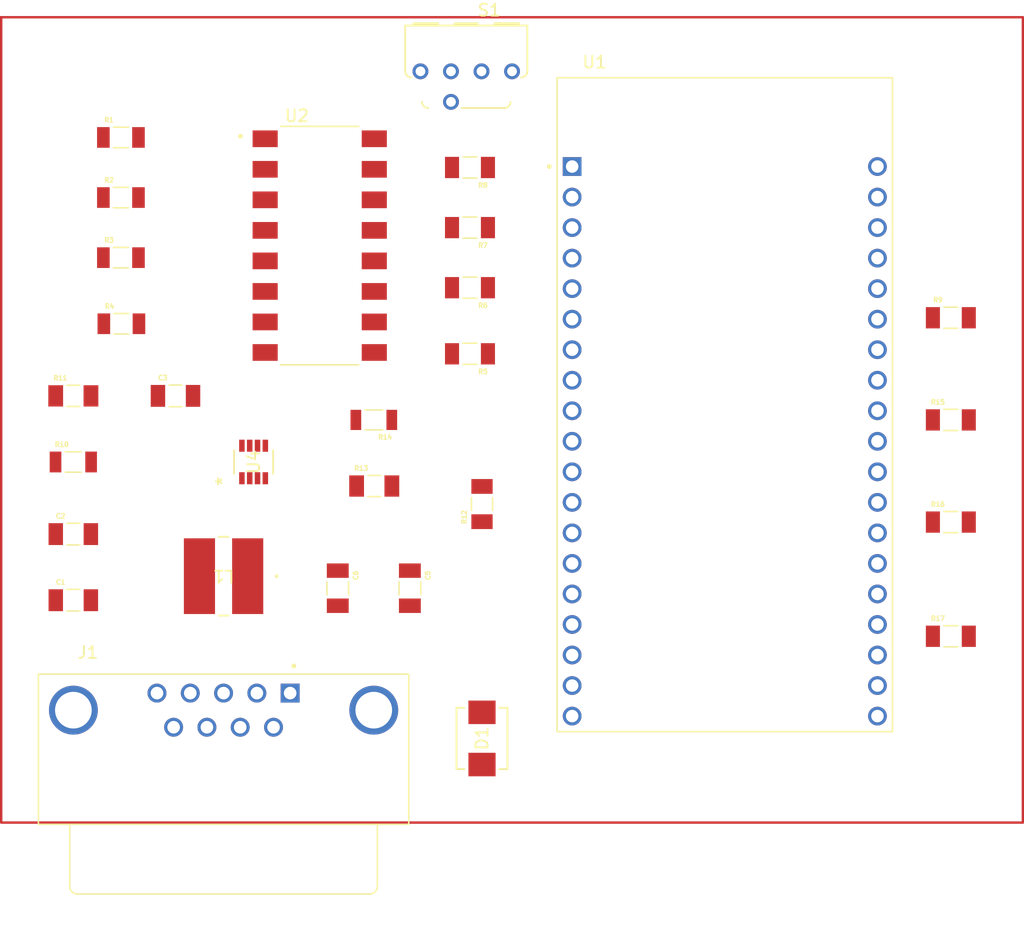
<source format=kicad_pcb>
(kicad_pcb (version 20241229) (generator "pcbnew") (generator_version "9.0")
  (layers (0 "F.Cu" signal) (2 "B.Cu" signal) (13 "F.Paste" user) (15 "B.Paste" user) (5 "F.SilkS" user "F.Silkscreen") (7 "B.SilkS" user "B.Silkscreen") (1 "F.Mask" user) (3 "B.Mask" user) (25 "Edge.Cuts" user))
  (net 0 "")
  (net 1 "+24V")
  (net 2 "GND")
  (net 3 "Net-(U4-SW)")
  (net 4 "Net-(C5-Pad1)")
  (net 5 "+5V")
  (net 11 "Net-(R1-Pad2)")
  (net 12 "Net-(R2-Pad2)")
  (net 13 "Net-(R3-Pad2)")
  (net 14 "Net-(R4-Pad2)")
  (net 15 "+3.3V")
  (net 16 "Net-(U1-IO14)")
  (net 17 "Net-(U1-IO27)")
  (net 18 "Net-(U1-IO26)")
  (net 19 "Net-(U1-IO25)")
  (net 20 "Net-(U1-IO17)")
  (net 21 "Net-(U4-EN)")
  (net 22 "Net-(R12-Pad2)")
  (net 23 "Net-(U4-FB)")
  (net 24 "Net-(U1-IO16)")
  (net 25 "Net-(U1-IO4)")
  (net 26 "Net-(U1-IO2)")
  (net 55 "Net-(C3-Pad1)")
  (footprint "CR1206_FX_1002ELF:RESC3216X75N" (layer "F.Cu") (at 108 45.5 180)
    (property "Reference" "R5" (at -1.08 -1.48 0) (layer "F.SilkS") (effects (font (size 0.393701 0.393701))))
    (property "Value" "CR1206-FX-1002ELF")
    (fp_line (start -0.59 0.88) (end 0.59 0.88) (stroke (width 0.127)) (layer "F.SilkS"))
    (fp_line (start -0.59 -0.88) (end 0.59 -0.88) (stroke (width 0.127)) (layer "F.SilkS"))
    (pad "1" smd rect (at -1.494 0 180) (size 1.17 1.77) (layers "F.Cu" "F.Mask" "F.Paste") (net 16 "Net-(U1-IO14)"))
    (pad "2" smd rect (at 1.494 0 180) (size 1.17 1.77) (layers "F.Cu" "F.Mask" "F.Paste") (net 15 "+3.3V"))
  )
  (footprint "RMCF1206FT10R0:RESC3216X70N" (layer "F.Cu") (at 75 49)
    (property "Reference" "R11" (at -1.08 -1.48 0) (layer "F.SilkS") (effects (font (size 0.393701 0.393701))))
    (property "Value" "RMCF1206FT10R0")
    (fp_line (start -0.53 -0.88) (end 0.53 -0.88) (stroke (width 0.127)) (layer "F.SilkS"))
    (fp_line (start -0.53 0.88) (end 0.53 0.88) (stroke (width 0.127)) (layer "F.SilkS"))
    (pad "1" smd rect (at -1.466 0) (size 1.23 1.77) (layers "F.Cu" "F.Mask" "F.Paste") (net 5 "+5V"))
    (pad "2" smd rect (at 1.466 0) (size 1.23 1.77) (layers "F.Cu" "F.Mask" "F.Paste") (net 55 "Net-(C3-Pad1)"))
  )
  (footprint "DRR3016:DRR3010" (layer "F.Cu") (at 107.69 22 180)
    (property "Reference" "S1" (at -1.907185 5.085855 0) (layer "F.SilkS") (effects (font (size 1.001157 1.001157))))
    (property "Value" "DRR3016")
    (fp_line (start 5.08 3.81) (end -5.08 3.81) (stroke (width 0.1524)) (layer "F.SilkS"))
    (fp_line (start 5.08 0) (end 5.08 3.81) (stroke (width 0.1524)) (layer "F.SilkS"))
    (fp_line (start 0.381 -3.048) (end -3.175 -3.048) (stroke (width 0.1524)) (layer "F.SilkS"))
    (fp_line (start -5.08 0) (end -5.08 3.81) (stroke (width 0.1524)) (layer "F.SilkS"))
    (fp_arc (start 4.572 -0.508) (mid 4.93121 -0.35921) (end 5.08 0) (stroke (width 0.1524)) (layer "F.SilkS"))
    (fp_arc (start 3.175 -3.048) (mid 3.53421 -2.89921) (end 3.683 -2.54) (stroke (width 0.1524)) (layer "F.SilkS"))
    (fp_arc (start -3.683 -2.54) (mid -3.53421 -2.89921) (end -3.175 -3.048) (stroke (width 0.1524)) (layer "F.SilkS"))
    (fp_arc (start -5.08 0) (mid -4.93121 -0.35921) (end -4.572 -0.508) (stroke (width 0.1524)) (layer "F.SilkS"))
    (fp_poly (pts (xy 2.28795 3.81) (xy 4.445 3.81) (xy 4.445 4.06747) (xy 2.28795 4.06747)) (stroke (width 0.01)) (fill yes) (layer "F.SilkS"))
    (fp_poly (pts (xy -1.01619 3.81) (xy 1.016 3.81) (xy 1.016 4.06474) (xy -1.01619 4.06474)) (stroke (width 0.01)) (fill yes) (layer "F.SilkS"))
    (fp_poly (pts (xy -4.44826 3.81) (xy -2.286 3.81) (xy -2.286 4.06698) (xy -4.44826 4.06698)) (stroke (width 0.01)) (fill yes) (layer "F.SilkS"))
    (pad "1" thru_hole circle (at 3.81 0 180) (size 1.3208 1.3208) (drill 0.8128) (layers "*.Cu" "*.Mask") (net 26 "Net-(U1-IO2)"))
    (pad "2" thru_hole circle (at 1.27 0 180) (size 1.3208 1.3208) (drill 0.8128) (layers "*.Cu" "*.Mask") (net 25 "Net-(U1-IO4)"))
    (pad "4" thru_hole circle (at -1.27 0 180) (size 1.3208 1.3208) (drill 0.8128) (layers "*.Cu" "*.Mask") (net 24 "Net-(U1-IO16)"))
    (pad "8" thru_hole circle (at -3.81 0 180) (size 1.3208 1.3208) (drill 0.8128) (layers "*.Cu" "*.Mask") (net 20 "Net-(U1-IO17)"))
    (pad "C" thru_hole circle (at 1.27 -2.54 180) (size 1.3208 1.3208) (drill 0.8128) (layers "*.Cu" "*.Mask") (net 15 "+3.3V"))
  )
  (footprint "RMCF1206FT7K50:RESC3216X70N" (layer "F.Cu") (at 100.034 56.5)
    (property "Reference" "R13" (at -1.08 -1.48 0) (layer "F.SilkS") (effects (font (size 0.393701 0.393701))))
    (property "Value" "RMCF1206FT7K50")
    (fp_line (start -0.53 -0.88) (end 0.53 -0.88) (stroke (width 0.127)) (layer "F.SilkS"))
    (fp_line (start -0.53 0.88) (end 0.53 0.88) (stroke (width 0.127)) (layer "F.SilkS"))
    (pad "1" smd rect (at -1.466 0) (size 1.23 1.77) (layers "F.Cu" "F.Mask" "F.Paste") (net 2 "GND"))
    (pad "2" smd rect (at 1.466 0) (size 1.23 1.77) (layers "F.Cu" "F.Mask" "F.Paste") (net 22 "Net-(R12-Pad2)"))
  )
  (footprint "CR1206_FX_1002ELF:RESC3216X75N" (layer "F.Cu") (at 148.006 42.5)
    (property "Reference" "R9" (at -1.08 -1.48 0) (layer "F.SilkS") (effects (font (size 0.393701 0.393701))))
    (property "Value" "CR1206-FX-1002ELF")
    (fp_line (start -0.59 -0.88) (end 0.59 -0.88) (stroke (width 0.127)) (layer "F.SilkS"))
    (fp_line (start -0.59 0.88) (end 0.59 0.88) (stroke (width 0.127)) (layer "F.SilkS"))
    (pad "1" smd rect (at -1.494 0) (size 1.17 1.77) (layers "F.Cu" "F.Mask" "F.Paste") (net 2 "GND"))
    (pad "2" smd rect (at 1.494 0) (size 1.17 1.77) (layers "F.Cu" "F.Mask" "F.Paste") (net 20 "Net-(U1-IO17)"))
  )
  (footprint "CL31B106KAHNNNE:CAPC3216X180N" (layer "F.Cu") (at 75 60.5)
    (property "Reference" "C2" (at -1.06 -1.5 0) (layer "F.SilkS") (effects (font (size 0.393701 0.393701))))
    (property "Value" "CL31B106KAHNNNE")
    (fp_line (start -0.54 -0.9) (end 0.54 -0.9) (stroke (width 0.127)) (layer "F.SilkS"))
    (fp_line (start -0.54 0.9) (end 0.54 0.9) (stroke (width 0.127)) (layer "F.SilkS"))
    (pad "1" smd rect (at -1.46 0) (size 1.2 1.82) (layers "F.Cu" "F.Mask" "F.Paste") (net 1 "+24V"))
    (pad "2" smd rect (at 1.46 0) (size 1.2 1.82) (layers "F.Cu" "F.Mask" "F.Paste") (net 2 "GND"))
  )
  (footprint "RMCF1206FT40K2:RESC3216X70N" (layer "F.Cu") (at 109 58 90)
    (property "Reference" "R12" (at -1.08 -1.48 90) (layer "F.SilkS") (effects (font (size 0.393701 0.393701))))
    (property "Value" "RMCF1206FT40K2")
    (fp_line (start -0.53 -0.88) (end 0.53 -0.88) (stroke (width 0.127)) (layer "F.SilkS"))
    (fp_line (start -0.53 0.88) (end 0.53 0.88) (stroke (width 0.127)) (layer "F.SilkS"))
    (pad "1" smd rect (at -1.466 0 90) (size 1.23 1.77) (layers "F.Cu" "F.Mask" "F.Paste") (net 4 "Net-(C5-Pad1)"))
    (pad "2" smd rect (at 1.466 0 90) (size 1.23 1.77) (layers "F.Cu" "F.Mask" "F.Paste") (net 22 "Net-(R12-Pad2)"))
  )
  (footprint "CR1206_FX_1002ELF:RESC3216X75N" (layer "F.Cu") (at 148.006 69)
    (property "Reference" "R17" (at -1.08 -1.48 0) (layer "F.SilkS") (effects (font (size 0.393701 0.393701))))
    (property "Value" "CR1206-FX-1002ELF")
    (fp_line (start -0.59 -0.88) (end 0.59 -0.88) (stroke (width 0.127)) (layer "F.SilkS"))
    (fp_line (start -0.59 0.88) (end 0.59 0.88) (stroke (width 0.127)) (layer "F.SilkS"))
    (pad "1" smd rect (at -1.494 0) (size 1.17 1.77) (layers "F.Cu" "F.Mask" "F.Paste") (net 26 "Net-(U1-IO2)"))
    (pad "2" smd rect (at 1.494 0) (size 1.17 1.77) (layers "F.Cu" "F.Mask" "F.Paste") (net 2 "GND"))
  )
  (footprint "CL31B106KAHNNNE:CAPC3216X180N" (layer "F.Cu") (at 83.5 49)
    (property "Reference" "C3" (at -1.06 -1.5 0) (layer "F.SilkS") (effects (font (size 0.393701 0.393701))))
    (property "Value" "CL31B106KAHNNNE")
    (fp_line (start -0.54 -0.9) (end 0.54 -0.9) (stroke (width 0.127)) (layer "F.SilkS"))
    (fp_line (start -0.54 0.9) (end 0.54 0.9) (stroke (width 0.127)) (layer "F.SilkS"))
    (pad "1" smd rect (at -1.46 0) (size 1.2 1.82) (layers "F.Cu" "F.Mask" "F.Paste") (net 55 "Net-(C3-Pad1)"))
    (pad "2" smd rect (at 1.46 0) (size 1.2 1.82) (layers "F.Cu" "F.Mask" "F.Paste") (net 3 "Net-(U4-SW)"))
  )
  (footprint "ul_HPC6045NC-4R7M:IND_HPC6045NC_TTA" (layer "F.Cu") (at 87.5 64 180)
    (property "Reference" "L1" (at 0 0 180) (layer "F.SilkS"))
    (property "Value" "HPC6045NC-4R7M")
    (fp_line (start 0.40365 -3.2766) (end -0.40365 -3.2766) (stroke (width 0.1524)) (layer "F.SilkS"))
    (fp_line (start -0.40365 3.2766) (end 0.40365 3.2766) (stroke (width 0.1524)) (layer "F.SilkS"))
    (fp_circle (center -4.4196 0) (end -4.3434 0) (stroke (width 0.1524)) (fill no) (layer "F.SilkS"))
    (pad "1" smd rect (at -2.0066 0 270) (size 6.2992 2.5908) (layers "F.Cu" "F.Mask" "F.Paste") (net 4 "Net-(C5-Pad1)"))
    (pad "2" smd rect (at 2.0066 0 270) (size 6.2992 2.5908) (layers "F.Cu" "F.Mask" "F.Paste") (net 3 "Net-(U4-SW)"))
  )
  (footprint "CL31A226KAHNNNE:CAPC3216X180N" (layer "F.Cu") (at 75 66)
    (property "Reference" "C1" (at -1.06 -1.5 0) (layer "F.SilkS") (effects (font (size 0.393701 0.393701))))
    (property "Value" "CL31A226KAHNNNE")
    (fp_line (start -0.54 -0.9) (end 0.54 -0.9) (stroke (width 0.127)) (layer "F.SilkS"))
    (fp_line (start -0.54 0.9) (end 0.54 0.9) (stroke (width 0.127)) (layer "F.SilkS"))
    (pad "1" smd rect (at -1.46 0) (size 1.2 1.82) (layers "F.Cu" "F.Mask" "F.Paste") (net 1 "+24V"))
    (pad "2" smd rect (at 1.46 0) (size 1.2 1.82) (layers "F.Cu" "F.Mask" "F.Paste") (net 2 "GND"))
  )
  (footprint "CRGCQ1206F2K2:RESC3115X65N" (layer "F.Cu") (at 78.96 32.5)
    (property "Reference" "R2" (at -0.99 -1.45 0) (layer "F.SilkS") (effects (font (size 0.393701 0.393701))))
    (property "Value" "CRGCQ1206F2K2")
    (fp_line (start -0.62 -0.85) (end 0.62 -0.85) (stroke (width 0.127)) (layer "F.SilkS"))
    (fp_line (start -0.62 0.85) (end 0.62 0.85) (stroke (width 0.127)) (layer "F.SilkS"))
    (pad "1" smd rect (at -1.46 0) (size 1.05 1.72) (layers "F.Cu" "F.Mask" "F.Paste") (net 1 "+24V"))
    (pad "2" smd rect (at 1.46 0) (size 1.05 1.72) (layers "F.Cu" "F.Mask" "F.Paste") (net 12 "Net-(R2-Pad2)"))
  )
  (footprint "CR1206_FX_1002ELF:RESC3216X75N" (layer "F.Cu") (at 108 35 180)
    (property "Reference" "R7" (at -1.08 -1.48 0) (layer "F.SilkS") (effects (font (size 0.393701 0.393701))))
    (property "Value" "CR1206-FX-1002ELF")
    (fp_line (start -0.59 0.88) (end 0.59 0.88) (stroke (width 0.127)) (layer "F.SilkS"))
    (fp_line (start -0.59 -0.88) (end 0.59 -0.88) (stroke (width 0.127)) (layer "F.SilkS"))
    (pad "1" smd rect (at -1.494 0 180) (size 1.17 1.77) (layers "F.Cu" "F.Mask" "F.Paste") (net 18 "Net-(U1-IO26)"))
    (pad "2" smd rect (at 1.494 0 180) (size 1.17 1.77) (layers "F.Cu" "F.Mask" "F.Paste") (net 15 "+3.3V"))
  )
  (footprint "A_DF_09_A_KG_T4S:ASSMANN_A-DF_09_A_KG-T4S" (layer "F.Cu") (at 93.04 73.7275)
    (property "Reference" "J1" (at -16.825 -3.385 0) (layer "F.SilkS"))
    (property "Value" "A-DF_09_A_KG-T4S")
    (fp_line (start -20.945 -1.58) (end -20.945 10.92) (stroke (width 0.127)) (layer "F.SilkS"))
    (fp_line (start -20.945 10.92) (end 9.865 10.92) (stroke (width 0.127)) (layer "F.SilkS"))
    (fp_line (start -18.34 11) (end -18.34 16.1) (stroke (width 0.127)) (layer "F.SilkS"))
    (fp_line (start -17.64 16.72) (end 6.56 16.72) (stroke (width 0.127)) (layer "F.SilkS"))
    (fp_line (start 7.26 16.1) (end 7.26 11) (stroke (width 0.127)) (layer "F.SilkS"))
    (fp_line (start 9.865 -1.58) (end -20.945 -1.58) (stroke (width 0.127)) (layer "F.SilkS"))
    (fp_line (start 9.865 10.92) (end 9.865 -1.58) (stroke (width 0.127)) (layer "F.SilkS"))
    (fp_arc (start -17.64 16.72) (mid -18.118406 16.554975) (end -18.34 16.1) (stroke (width 0.127)) (layer "F.SilkS"))
    (fp_arc (start 7.26 16.1) (mid 7.038406 16.554975) (end 6.56 16.72) (stroke (width 0.127)) (layer "F.SilkS"))
    (fp_circle (center 0.3 -2.25) (end 0.4 -2.25) (stroke (width 0.2)) (fill no) (layer "F.SilkS"))
    (pad "1" thru_hole rect (at 0 0) (size 1.575 1.575) (drill 1.05) (layers "*.Cu" "*.Mask") (net 1 "+24V"))
    (pad "2" thru_hole circle (at -2.77 0) (size 1.575 1.575) (drill 1.05) (layers "*.Cu" "*.Mask") (net 1 "+24V"))
    (pad "3" thru_hole circle (at -5.54 0) (size 1.575 1.575) (drill 1.05) (layers "*.Cu" "*.Mask") (net 1 "+24V"))
    (pad "4" thru_hole circle (at -8.31 0) (size 1.575 1.575) (drill 1.05) (layers "*.Cu" "*.Mask") (net 1 "+24V"))
    (pad "5" thru_hole circle (at -11.08 0) (size 1.575 1.575) (drill 1.05) (layers "*.Cu" "*.Mask") (net 1 "+24V"))
    (pad "6" thru_hole circle (at -1.385 2.84) (size 1.575 1.575) (drill 1.05) (layers "*.Cu" "*.Mask") (net 2 "GND"))
    (pad "7" thru_hole circle (at -4.155 2.84) (size 1.575 1.575) (drill 1.05) (layers "*.Cu" "*.Mask"))
    (pad "8" thru_hole circle (at -6.925 2.84) (size 1.575 1.575) (drill 1.05) (layers "*.Cu" "*.Mask"))
    (pad "9" thru_hole circle (at -9.695 2.84) (size 1.575 1.575) (drill 1.05) (layers "*.Cu" "*.Mask"))
    (pad "S1" thru_hole circle (at -18.035 1.42) (size 4.066 4.066) (drill 3.05) (layers "*.Cu" "*.Mask"))
    (pad "S2" thru_hole circle (at 6.955 1.42) (size 4.066 4.066) (drill 3.05) (layers "*.Cu" "*.Mask"))
  )
  (footprint "CRGCQ1206F2K2:RESC3115X65N" (layer "F.Cu") (at 78.96 27.5)
    (property "Reference" "R1" (at -0.99 -1.45 0) (layer "F.SilkS") (effects (font (size 0.393701 0.393701))))
    (property "Value" "CRGCQ1206F2K2")
    (fp_line (start -0.62 -0.85) (end 0.62 -0.85) (stroke (width 0.127)) (layer "F.SilkS"))
    (fp_line (start -0.62 0.85) (end 0.62 0.85) (stroke (width 0.127)) (layer "F.SilkS"))
    (pad "1" smd rect (at -1.46 0) (size 1.05 1.72) (layers "F.Cu" "F.Mask" "F.Paste") (net 1 "+24V"))
    (pad "2" smd rect (at 1.46 0) (size 1.05 1.72) (layers "F.Cu" "F.Mask" "F.Paste") (net 11 "Net-(R1-Pad2)"))
  )
  (footprint "MP2315SGJ_Z:TSOT23-8_MP2315S_MNP" (layer "F.Cu") (at 90 54.5 90)
    (property "Reference" "U4" (at 0 0 90) (layer "F.SilkS"))
    (property "Value" "MP2315SGJ-Z")
    (fp_line (start 0.9779 -1.6256) (end -0.9779 -1.6256) (stroke (width 0.1524)) (layer "F.SilkS"))
    (fp_line (start -0.9779 1.6256) (end 0.9779 1.6256) (stroke (width 0.1524)) (layer "F.SilkS"))
    (fp_text user "*" (at -1.60655 -2.5752 90) (layer "F.SilkS"))
    (fp_text user "*" (at -1.60655 -2.5752 90) (layer "F.SilkS"))
    (pad "1" smd rect (at -1.35255 -0.974999 90) (size 1.0033 0.4572) (layers "F.Cu" "F.Mask" "F.Paste"))
    (pad "2" smd rect (at -1.35255 -0.325001 90) (size 1.0033 0.4572) (layers "F.Cu" "F.Mask" "F.Paste") (net 1 "+24V"))
    (pad "3" smd rect (at -1.35255 0.325001 90) (size 1.0033 0.4572) (layers "F.Cu" "F.Mask" "F.Paste") (net 3 "Net-(U4-SW)"))
    (pad "4" smd rect (at -1.35255 0.974999 90) (size 1.0033 0.4572) (layers "F.Cu" "F.Mask" "F.Paste") (net 2 "GND"))
    (pad "5" smd rect (at 1.35255 0.974999 90) (size 1.0033 0.4572) (layers "F.Cu" "F.Mask" "F.Paste") (net 5 "+5V"))
    (pad "6" smd rect (at 1.35255 0.325001 90) (size 1.0033 0.4572) (layers "F.Cu" "F.Mask" "F.Paste") (net 21 "Net-(U4-EN)"))
    (pad "7" smd rect (at 1.35255 -0.325001 90) (size 1.0033 0.4572) (layers "F.Cu" "F.Mask" "F.Paste"))
    (pad "8" smd rect (at 1.35255 -0.974999 90) (size 1.0033 0.4572) (layers "F.Cu" "F.Mask" "F.Paste") (net 23 "Net-(U4-FB)"))
  )
  (footprint "CRGCQ1206F2K2:RESC3115X65N" (layer "F.Cu") (at 78.96 37.5)
    (property "Reference" "R3" (at -0.99 -1.45 0) (layer "F.SilkS") (effects (font (size 0.393701 0.393701))))
    (property "Value" "CRGCQ1206F2K2")
    (fp_line (start -0.62 -0.85) (end 0.62 -0.85) (stroke (width 0.127)) (layer "F.SilkS"))
    (fp_line (start -0.62 0.85) (end 0.62 0.85) (stroke (width 0.127)) (layer "F.SilkS"))
    (pad "1" smd rect (at -1.46 0) (size 1.05 1.72) (layers "F.Cu" "F.Mask" "F.Paste") (net 1 "+24V"))
    (pad "2" smd rect (at 1.46 0) (size 1.05 1.72) (layers "F.Cu" "F.Mask" "F.Paste") (net 13 "Net-(R3-Pad2)"))
  )
  (footprint "CL31A226KAHNNNE:CAPC3216X180N" (layer "F.Cu") (at 97 65 -90)
    (property "Reference" "C6" (at -1.06 -1.5 90) (layer "F.SilkS") (effects (font (size 0.393701 0.393701))))
    (property "Value" "CL31A226KAHNNNE")
    (fp_line (start -0.54 0.9) (end 0.54 0.9) (stroke (width 0.127)) (layer "F.SilkS"))
    (fp_line (start -0.54 -0.9) (end 0.54 -0.9) (stroke (width 0.127)) (layer "F.SilkS"))
    (pad "1" smd rect (at -1.46 0 270) (size 1.2 1.82) (layers "F.Cu" "F.Mask" "F.Paste") (net 4 "Net-(C5-Pad1)"))
    (pad "2" smd rect (at 1.46 0 270) (size 1.2 1.82) (layers "F.Cu" "F.Mask" "F.Paste") (net 2 "GND"))
  )
  (footprint "CL31A226KAHNNNE:CAPC3216X180N" (layer "F.Cu") (at 103 65 -90)
    (property "Reference" "C5" (at -1.06 -1.5 90) (layer "F.SilkS") (effects (font (size 0.393701 0.393701))))
    (property "Value" "CL31A226KAHNNNE")
    (fp_line (start -0.54 0.9) (end 0.54 0.9) (stroke (width 0.127)) (layer "F.SilkS"))
    (fp_line (start -0.54 -0.9) (end 0.54 -0.9) (stroke (width 0.127)) (layer "F.SilkS"))
    (pad "1" smd rect (at -1.46 0 270) (size 1.2 1.82) (layers "F.Cu" "F.Mask" "F.Paste") (net 4 "Net-(C5-Pad1)"))
    (pad "2" smd rect (at 1.46 0 270) (size 1.2 1.82) (layers "F.Cu" "F.Mask" "F.Paste") (net 2 "GND"))
  )
  (footprint "RC1206FR_07499KL:RESC3116X65N" (layer "F.Cu") (at 75 54.5)
    (property "Reference" "R10" (at -0.96 -1.45 0) (layer "F.SilkS") (effects (font (size 0.393701 0.393701))))
    (property "Value" "RC1206FR-07499KL")
    (fp_line (start -0.67 -0.85) (end 0.67 -0.85) (stroke (width 0.127)) (layer "F.SilkS"))
    (fp_line (start -0.67 0.85) (end 0.67 0.85) (stroke (width 0.127)) (layer "F.SilkS"))
    (pad "1" smd rect (at -1.48 0) (size 0.97 1.73) (layers "F.Cu" "F.Mask" "F.Paste") (net 21 "Net-(U4-EN)"))
    (pad "2" smd rect (at 1.48 0) (size 0.97 1.73) (layers "F.Cu" "F.Mask" "F.Paste") (net 1 "+24V"))
  )
  (footprint "ESP32-DEVKITC-32D:MODULE_ESP32-DEVKITC-32D" (layer "F.Cu") (at 129.2 49.68)
    (property "Reference" "U1" (at -10.829175 -28.446045 0) (layer "F.SilkS") (effects (font (size 1.000386 1.000386))))
    (property "Value" "ESP32-DEVKITC-32D")
    (fp_line (start -13.95 -27.15) (end 13.95 -27.15) (stroke (width 0.127)) (layer "F.SilkS"))
    (fp_line (start -13.95 27.25) (end -13.95 -27.15) (stroke (width 0.127)) (layer "F.SilkS"))
    (fp_line (start 13.95 -27.15) (end 13.95 27.25) (stroke (width 0.127)) (layer "F.SilkS"))
    (fp_line (start 13.95 27.25) (end -13.95 27.25) (stroke (width 0.127)) (layer "F.SilkS"))
    (fp_circle (center -14.6 -19.76) (end -14.5 -19.76) (stroke (width 0.2)) (fill no) (layer "F.SilkS"))
    (pad "J2-1" thru_hole rect (at -12.7 -19.76) (size 1.56 1.56) (drill 1.04) (layers "*.Cu" "*.Mask") (net 15 "+3.3V"))
    (pad "J2-2" thru_hole circle (at -12.7 -17.22) (size 1.56 1.56) (drill 1.04) (layers "*.Cu" "*.Mask"))
    (pad "J2-3" thru_hole circle (at -12.7 -14.68) (size 1.56 1.56) (drill 1.04) (layers "*.Cu" "*.Mask"))
    (pad "J2-4" thru_hole circle (at -12.7 -12.14) (size 1.56 1.56) (drill 1.04) (layers "*.Cu" "*.Mask"))
    (pad "J2-5" thru_hole circle (at -12.7 -9.6) (size 1.56 1.56) (drill 1.04) (layers "*.Cu" "*.Mask"))
    (pad "J2-6" thru_hole circle (at -12.7 -7.06) (size 1.56 1.56) (drill 1.04) (layers "*.Cu" "*.Mask"))
    (pad "J2-7" thru_hole circle (at -12.7 -4.52) (size 1.56 1.56) (drill 1.04) (layers "*.Cu" "*.Mask"))
    (pad "J2-8" thru_hole circle (at -12.7 -1.98) (size 1.56 1.56) (drill 1.04) (layers "*.Cu" "*.Mask"))
    (pad "J2-9" thru_hole circle (at -12.7 0.56) (size 1.56 1.56) (drill 1.04) (layers "*.Cu" "*.Mask") (net 19 "Net-(U1-IO25)"))
    (pad "J2-10" thru_hole circle (at -12.7 3.1) (size 1.56 1.56) (drill 1.04) (layers "*.Cu" "*.Mask") (net 18 "Net-(U1-IO26)"))
    (pad "J2-11" thru_hole circle (at -12.7 5.64) (size 1.56 1.56) (drill 1.04) (layers "*.Cu" "*.Mask") (net 17 "Net-(U1-IO27)"))
    (pad "J2-12" thru_hole circle (at -12.7 8.18) (size 1.56 1.56) (drill 1.04) (layers "*.Cu" "*.Mask") (net 16 "Net-(U1-IO14)"))
    (pad "J2-13" thru_hole circle (at -12.7 10.72) (size 1.56 1.56) (drill 1.04) (layers "*.Cu" "*.Mask"))
    (pad "J2-14" thru_hole circle (at -12.7 13.26) (size 1.56 1.56) (drill 1.04) (layers "*.Cu" "*.Mask") (net 2 "GND"))
    (pad "J2-15" thru_hole circle (at -12.7 15.8) (size 1.56 1.56) (drill 1.04) (layers "*.Cu" "*.Mask"))
    (pad "J2-16" thru_hole circle (at -12.7 18.34) (size 1.56 1.56) (drill 1.04) (layers "*.Cu" "*.Mask"))
    (pad "J2-17" thru_hole circle (at -12.7 20.88) (size 1.56 1.56) (drill 1.04) (layers "*.Cu" "*.Mask"))
    (pad "J2-18" thru_hole circle (at -12.7 23.42) (size 1.56 1.56) (drill 1.04) (layers "*.Cu" "*.Mask"))
    (pad "J2-19" thru_hole circle (at -12.7 25.96) (size 1.56 1.56) (drill 1.04) (layers "*.Cu" "*.Mask") (net 5 "+5V"))
    (pad "J3-1" thru_hole circle (at 12.7 -19.76) (size 1.56 1.56) (drill 1.04) (layers "*.Cu" "*.Mask"))
    (pad "J3-2" thru_hole circle (at 12.7 -17.22) (size 1.56 1.56) (drill 1.04) (layers "*.Cu" "*.Mask"))
    (pad "J3-3" thru_hole circle (at 12.7 -14.68) (size 1.56 1.56) (drill 1.04) (layers "*.Cu" "*.Mask"))
    (pad "J3-4" thru_hole circle (at 12.7 -12.14) (size 1.56 1.56) (drill 1.04) (layers "*.Cu" "*.Mask"))
    (pad "J3-5" thru_hole circle (at 12.7 -9.6) (size 1.56 1.56) (drill 1.04) (layers "*.Cu" "*.Mask"))
    (pad "J3-6" thru_hole circle (at 12.7 -7.06) (size 1.56 1.56) (drill 1.04) (layers "*.Cu" "*.Mask"))
    (pad "J3-7" thru_hole circle (at 12.7 -4.52) (size 1.56 1.56) (drill 1.04) (layers "*.Cu" "*.Mask") (net 2 "GND"))
    (pad "J3-8" thru_hole circle (at 12.7 -1.98) (size 1.56 1.56) (drill 1.04) (layers "*.Cu" "*.Mask"))
    (pad "J3-9" thru_hole circle (at 12.7 0.56) (size 1.56 1.56) (drill 1.04) (layers "*.Cu" "*.Mask"))
    (pad "J3-10" thru_hole circle (at 12.7 3.1) (size 1.56 1.56) (drill 1.04) (layers "*.Cu" "*.Mask"))
    (pad "J3-11" thru_hole circle (at 12.7 5.64) (size 1.56 1.56) (drill 1.04) (layers "*.Cu" "*.Mask") (net 20 "Net-(U1-IO17)"))
    (pad "J3-12" thru_hole circle (at 12.7 8.18) (size 1.56 1.56) (drill 1.04) (layers "*.Cu" "*.Mask") (net 24 "Net-(U1-IO16)"))
    (pad "J3-13" thru_hole circle (at 12.7 10.72) (size 1.56 1.56) (drill 1.04) (layers "*.Cu" "*.Mask") (net 25 "Net-(U1-IO4)"))
    (pad "J3-14" thru_hole circle (at 12.7 13.26) (size 1.56 1.56) (drill 1.04) (layers "*.Cu" "*.Mask"))
    (pad "J3-15" thru_hole circle (at 12.7 15.8) (size 1.56 1.56) (drill 1.04) (layers "*.Cu" "*.Mask") (net 26 "Net-(U1-IO2)"))
    (pad "J3-16" thru_hole circle (at 12.7 18.34) (size 1.56 1.56) (drill 1.04) (layers "*.Cu" "*.Mask"))
    (pad "J3-17" thru_hole circle (at 12.7 20.88) (size 1.56 1.56) (drill 1.04) (layers "*.Cu" "*.Mask"))
    (pad "J3-18" thru_hole circle (at 12.7 23.42) (size 1.56 1.56) (drill 1.04) (layers "*.Cu" "*.Mask"))
    (pad "J3-19" thru_hole circle (at 12.7 25.96) (size 1.56 1.56) (drill 1.04) (layers "*.Cu" "*.Mask"))
  )
  (footprint "CR1206_FX_1002ELF:RESC3216X75N" (layer "F.Cu") (at 148.006 59.5)
    (property "Reference" "R16" (at -1.08 -1.48 0) (layer "F.SilkS") (effects (font (size 0.393701 0.393701))))
    (property "Value" "CR1206-FX-1002ELF")
    (fp_line (start -0.59 -0.88) (end 0.59 -0.88) (stroke (width 0.127)) (layer "F.SilkS"))
    (fp_line (start -0.59 0.88) (end 0.59 0.88) (stroke (width 0.127)) (layer "F.SilkS"))
    (pad "1" smd rect (at -1.494 0) (size 1.17 1.77) (layers "F.Cu" "F.Mask" "F.Paste") (net 25 "Net-(U1-IO4)"))
    (pad "2" smd rect (at 1.494 0) (size 1.17 1.77) (layers "F.Cu" "F.Mask" "F.Paste") (net 2 "GND"))
  )
  (footprint "CR1206_FX_1002ELF:RESC3216X75N" (layer "F.Cu") (at 108 40 180)
    (property "Reference" "R6" (at -1.08 -1.48 0) (layer "F.SilkS") (effects (font (size 0.393701 0.393701))))
    (property "Value" "CR1206-FX-1002ELF")
    (fp_line (start -0.59 0.88) (end 0.59 0.88) (stroke (width 0.127)) (layer "F.SilkS"))
    (fp_line (start -0.59 -0.88) (end 0.59 -0.88) (stroke (width 0.127)) (layer "F.SilkS"))
    (pad "1" smd rect (at -1.494 0 180) (size 1.17 1.77) (layers "F.Cu" "F.Mask" "F.Paste") (net 17 "Net-(U1-IO27)"))
    (pad "2" smd rect (at 1.494 0 180) (size 1.17 1.77) (layers "F.Cu" "F.Mask" "F.Paste") (net 15 "+3.3V"))
  )
  (footprint "CRGCQ1206F2K2:RESC3115X65N" (layer "F.Cu") (at 79 43)
    (property "Reference" "R4" (at -0.99 -1.45 0) (layer "F.SilkS") (effects (font (size 0.393701 0.393701))))
    (property "Value" "CRGCQ1206F2K2")
    (fp_line (start -0.62 -0.85) (end 0.62 -0.85) (stroke (width 0.127)) (layer "F.SilkS"))
    (fp_line (start -0.62 0.85) (end 0.62 0.85) (stroke (width 0.127)) (layer "F.SilkS"))
    (pad "1" smd rect (at -1.46 0) (size 1.05 1.72) (layers "F.Cu" "F.Mask" "F.Paste") (net 1 "+24V"))
    (pad "2" smd rect (at 1.46 0) (size 1.05 1.72) (layers "F.Cu" "F.Mask" "F.Paste") (net 14 "Net-(R4-Pad2)"))
  )
  (footprint "LTV_846S:SOIC254P1016X460-16N" (layer "F.Cu") (at 95.5 36.5)
    (property "Reference" "U2" (at -1.905 -10.795 0) (layer "F.SilkS"))
    (property "Value" "LTV-846S")
    (fp_line (start -3.25 -9.92) (end 3.25 -9.92) (stroke (width 0.127)) (layer "F.SilkS"))
    (fp_line (start 3.25 9.92) (end -3.25 9.92) (stroke (width 0.127)) (layer "F.SilkS"))
    (fp_circle (center -6.6 -9.1) (end -6.5 -9.1) (stroke (width 0.2)) (fill no) (layer "F.SilkS"))
    (pad "1" smd rect (at -4.54 -8.89) (size 2.09 1.39) (layers "F.Cu" "F.Mask" "F.Paste") (net 11 "Net-(R1-Pad2)"))
    (pad "2" smd rect (at -4.54 -6.35) (size 2.09 1.39) (layers "F.Cu" "F.Mask" "F.Paste") (net 2 "GND"))
    (pad "3" smd rect (at -4.54 -3.81) (size 2.09 1.39) (layers "F.Cu" "F.Mask" "F.Paste") (net 12 "Net-(R2-Pad2)"))
    (pad "4" smd rect (at -4.54 -1.27) (size 2.09 1.39) (layers "F.Cu" "F.Mask" "F.Paste") (net 2 "GND"))
    (pad "5" smd rect (at -4.54 1.27) (size 2.09 1.39) (layers "F.Cu" "F.Mask" "F.Paste") (net 13 "Net-(R3-Pad2)"))
    (pad "6" smd rect (at -4.54 3.81) (size 2.09 1.39) (layers "F.Cu" "F.Mask" "F.Paste") (net 2 "GND"))
    (pad "7" smd rect (at -4.54 6.35) (size 2.09 1.39) (layers "F.Cu" "F.Mask" "F.Paste") (net 14 "Net-(R4-Pad2)"))
    (pad "8" smd rect (at -4.54 8.89) (size 2.09 1.39) (layers "F.Cu" "F.Mask" "F.Paste") (net 2 "GND"))
    (pad "9" smd rect (at 4.54 8.89) (size 2.09 1.39) (layers "F.Cu" "F.Mask" "F.Paste") (net 16 "Net-(U1-IO14)"))
    (pad "10" smd rect (at 4.54 6.35) (size 2.09 1.39) (layers "F.Cu" "F.Mask" "F.Paste") (net 15 "+3.3V"))
    (pad "11" smd rect (at 4.54 3.81) (size 2.09 1.39) (layers "F.Cu" "F.Mask" "F.Paste") (net 17 "Net-(U1-IO27)"))
    (pad "12" smd rect (at 4.54 1.27) (size 2.09 1.39) (layers "F.Cu" "F.Mask" "F.Paste") (net 15 "+3.3V"))
    (pad "13" smd rect (at 4.54 -1.27) (size 2.09 1.39) (layers "F.Cu" "F.Mask" "F.Paste") (net 18 "Net-(U1-IO26)"))
    (pad "14" smd rect (at 4.54 -3.81) (size 2.09 1.39) (layers "F.Cu" "F.Mask" "F.Paste") (net 15 "+3.3V"))
    (pad "15" smd rect (at 4.54 -6.35) (size 2.09 1.39) (layers "F.Cu" "F.Mask" "F.Paste") (net 19 "Net-(U1-IO25)"))
    (pad "16" smd rect (at 4.54 -8.89) (size 2.09 1.39) (layers "F.Cu" "F.Mask" "F.Paste") (net 15 "+3.3V"))
  )
  (footprint "CR1206_FX_1002ELF:RESC3216X75N" (layer "F.Cu") (at 148.006 51)
    (property "Reference" "R15" (at -1.08 -1.48 0) (layer "F.SilkS") (effects (font (size 0.393701 0.393701))))
    (property "Value" "CR1206-FX-1002ELF")
    (fp_line (start -0.59 -0.88) (end 0.59 -0.88) (stroke (width 0.127)) (layer "F.SilkS"))
    (fp_line (start -0.59 0.88) (end 0.59 0.88) (stroke (width 0.127)) (layer "F.SilkS"))
    (pad "1" smd rect (at -1.494 0) (size 1.17 1.77) (layers "F.Cu" "F.Mask" "F.Paste") (net 24 "Net-(U1-IO16)"))
    (pad "2" smd rect (at 1.494 0) (size 1.17 1.77) (layers "F.Cu" "F.Mask" "F.Paste") (net 2 "GND"))
  )
  (footprint "SS34B_HF:DO214AASMB_CIP" (layer "F.Cu") (at 109 77.5 90)
    (property "Reference" "D1" (at 0 0 90) (layer "F.SilkS"))
    (property "Value" "SS34B-HF")
    (fp_line (start 2.5527 -2.1209) (end -2.5527 -2.1209) (stroke (width 0.1524)) (layer "F.SilkS"))
    (fp_line (start -2.5527 -2.1209) (end -2.5527 -1.46304) (stroke (width 0.1524)) (layer "F.SilkS"))
    (fp_line (start 2.5527 -1.46304) (end 2.5527 -2.1209) (stroke (width 0.1524)) (layer "F.SilkS"))
    (fp_line (start -2.5527 1.46304) (end -2.5527 2.1209) (stroke (width 0.1524)) (layer "F.SilkS"))
    (fp_line (start 2.5527 2.1209) (end 2.5527 1.46304) (stroke (width 0.1524)) (layer "F.SilkS"))
    (fp_line (start -2.5527 2.1209) (end 2.5527 2.1209) (stroke (width 0.1524)) (layer "F.SilkS"))
    (pad "1" smd rect (at -2.1717 0 90) (size 1.9558 2.2606) (layers "F.Cu" "F.Mask" "F.Paste") (net 5 "+5V"))
    (pad "2" smd rect (at 2.1717 0 90) (size 1.9558 2.2606) (layers "F.Cu" "F.Mask" "F.Paste") (net 4 "Net-(C5-Pad1)"))
  )
  (footprint "CRCW120620K0FKEAC:RESC3015X65N" (layer "F.Cu") (at 100 51 180)
    (property "Reference" "R14" (at -0.94 -1.43 0) (layer "F.SilkS") (effects (font (size 0.393701 0.393701))))
    (property "Value" "CRCW120620K0FKEAC")
    (fp_line (start -0.73 0.83) (end 0.73 0.83) (stroke (width 0.127)) (layer "F.SilkS"))
    (fp_line (start -0.73 -0.83) (end 0.73 -0.83) (stroke (width 0.127)) (layer "F.SilkS"))
    (pad "1" smd rect (at -1.495 0 180) (size 0.89 1.68) (layers "F.Cu" "F.Mask" "F.Paste") (net 22 "Net-(R12-Pad2)"))
    (pad "2" smd rect (at 1.495 0 180) (size 0.89 1.68) (layers "F.Cu" "F.Mask" "F.Paste") (net 23 "Net-(U4-FB)"))
  )
  (footprint "CR1206_FX_1002ELF:RESC3216X75N" (layer "F.Cu") (at 108 30 180)
    (property "Reference" "R8" (at -1.08 -1.48 0) (layer "F.SilkS") (effects (font (size 0.393701 0.393701))))
    (property "Value" "CR1206-FX-1002ELF")
    (fp_line (start -0.59 0.88) (end 0.59 0.88) (stroke (width 0.127)) (layer "F.SilkS"))
    (fp_line (start -0.59 -0.88) (end 0.59 -0.88) (stroke (width 0.127)) (layer "F.SilkS"))
    (pad "1" smd rect (at -1.494 0 180) (size 1.17 1.77) (layers "F.Cu" "F.Mask" "F.Paste") (net 19 "Net-(U1-IO25)"))
    (pad "2" smd rect (at 1.494 0 180) (size 1.17 1.77) (layers "F.Cu" "F.Mask" "F.Paste") (net 15 "+3.3V"))
  )
  (gr_rect (start 69 17.5) (end 154 84.5) (stroke (width 0.2)) (fill no) (layer "F.Cu"))
)
</source>
